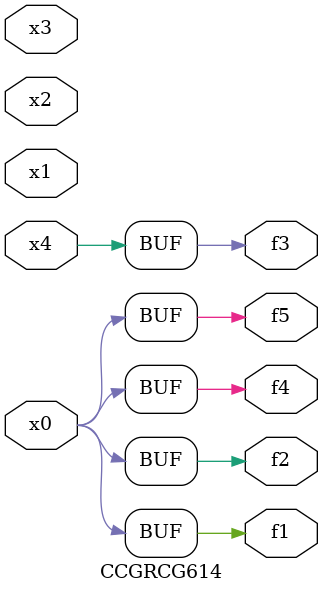
<source format=v>
module CCGRCG614(
	input x0, x1, x2, x3, x4,
	output f1, f2, f3, f4, f5
);
	assign f1 = x0;
	assign f2 = x0;
	assign f3 = x4;
	assign f4 = x0;
	assign f5 = x0;
endmodule

</source>
